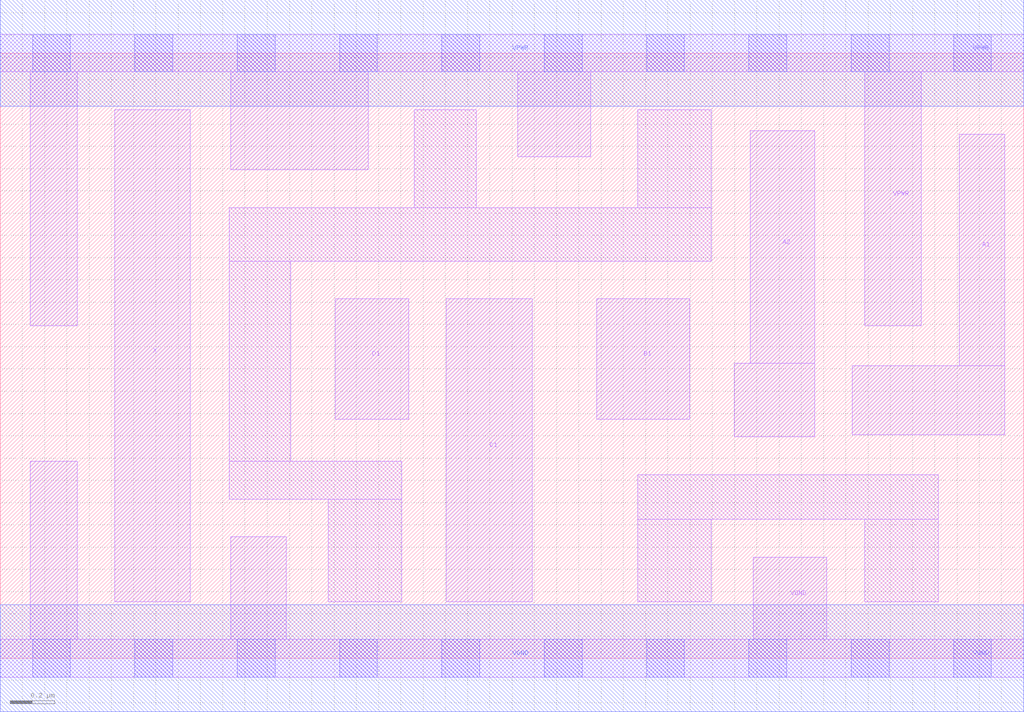
<source format=lef>
# Copyright 2020 The SkyWater PDK Authors
#
# Licensed under the Apache License, Version 2.0 (the "License");
# you may not use this file except in compliance with the License.
# You may obtain a copy of the License at
#
#     https://www.apache.org/licenses/LICENSE-2.0
#
# Unless required by applicable law or agreed to in writing, software
# distributed under the License is distributed on an "AS IS" BASIS,
# WITHOUT WARRANTIES OR CONDITIONS OF ANY KIND, either express or implied.
# See the License for the specific language governing permissions and
# limitations under the License.
#
# SPDX-License-Identifier: Apache-2.0

VERSION 5.7 ;
  NAMESCASESENSITIVE ON ;
  NOWIREEXTENSIONATPIN ON ;
  DIVIDERCHAR "/" ;
  BUSBITCHARS "[]" ;
UNITS
  DATABASE MICRONS 200 ;
END UNITS
MACRO sky130_fd_sc_hd__o2111a_2
  CLASS CORE ;
  SOURCE USER ;
  FOREIGN sky130_fd_sc_hd__o2111a_2 ;
  ORIGIN  0.000000  0.000000 ;
  SIZE  4.600000 BY  2.720000 ;
  SYMMETRY X Y R90 ;
  SITE unithd ;
  PIN A1
    ANTENNAGATEAREA  0.247500 ;
    DIRECTION INPUT ;
    USE SIGNAL ;
    PORT
      LAYER li1 ;
        RECT 3.830000 1.005000 4.515000 1.315000 ;
        RECT 4.310000 1.315000 4.515000 2.355000 ;
    END
  END A1
  PIN A2
    ANTENNAGATEAREA  0.247500 ;
    DIRECTION INPUT ;
    USE SIGNAL ;
    PORT
      LAYER li1 ;
        RECT 3.300000 0.995000 3.660000 1.325000 ;
        RECT 3.370000 1.325000 3.660000 2.370000 ;
    END
  END A2
  PIN B1
    ANTENNAGATEAREA  0.247500 ;
    DIRECTION INPUT ;
    USE SIGNAL ;
    PORT
      LAYER li1 ;
        RECT 2.680000 1.075000 3.100000 1.615000 ;
    END
  END B1
  PIN C1
    ANTENNAGATEAREA  0.247500 ;
    DIRECTION INPUT ;
    USE SIGNAL ;
    PORT
      LAYER li1 ;
        RECT 2.005000 0.255000 2.390000 1.615000 ;
    END
  END C1
  PIN D1
    ANTENNAGATEAREA  0.247500 ;
    DIRECTION INPUT ;
    USE SIGNAL ;
    PORT
      LAYER li1 ;
        RECT 1.505000 1.075000 1.835000 1.615000 ;
    END
  END D1
  PIN X
    ANTENNADIFFAREA  0.462000 ;
    DIRECTION OUTPUT ;
    USE SIGNAL ;
    PORT
      LAYER li1 ;
        RECT 0.515000 0.255000 0.855000 2.465000 ;
    END
  END X
  PIN VGND
    DIRECTION INOUT ;
    SHAPE ABUTMENT ;
    USE GROUND ;
    PORT
      LAYER li1 ;
        RECT 0.000000 -0.085000 4.600000 0.085000 ;
        RECT 0.135000  0.085000 0.345000 0.885000 ;
        RECT 1.035000  0.085000 1.285000 0.545000 ;
        RECT 3.385000  0.085000 3.715000 0.455000 ;
      LAYER mcon ;
        RECT 0.145000 -0.085000 0.315000 0.085000 ;
        RECT 0.605000 -0.085000 0.775000 0.085000 ;
        RECT 1.065000 -0.085000 1.235000 0.085000 ;
        RECT 1.525000 -0.085000 1.695000 0.085000 ;
        RECT 1.985000 -0.085000 2.155000 0.085000 ;
        RECT 2.445000 -0.085000 2.615000 0.085000 ;
        RECT 2.905000 -0.085000 3.075000 0.085000 ;
        RECT 3.365000 -0.085000 3.535000 0.085000 ;
        RECT 3.825000 -0.085000 3.995000 0.085000 ;
        RECT 4.285000 -0.085000 4.455000 0.085000 ;
      LAYER met1 ;
        RECT 0.000000 -0.240000 4.600000 0.240000 ;
    END
  END VGND
  PIN VPWR
    DIRECTION INOUT ;
    SHAPE ABUTMENT ;
    USE POWER ;
    PORT
      LAYER li1 ;
        RECT 0.000000 2.635000 4.600000 2.805000 ;
        RECT 0.135000 1.495000 0.345000 2.635000 ;
        RECT 1.035000 2.195000 1.655000 2.635000 ;
        RECT 2.325000 2.255000 2.655000 2.635000 ;
        RECT 3.885000 1.495000 4.140000 2.635000 ;
      LAYER mcon ;
        RECT 0.145000 2.635000 0.315000 2.805000 ;
        RECT 0.605000 2.635000 0.775000 2.805000 ;
        RECT 1.065000 2.635000 1.235000 2.805000 ;
        RECT 1.525000 2.635000 1.695000 2.805000 ;
        RECT 1.985000 2.635000 2.155000 2.805000 ;
        RECT 2.445000 2.635000 2.615000 2.805000 ;
        RECT 2.905000 2.635000 3.075000 2.805000 ;
        RECT 3.365000 2.635000 3.535000 2.805000 ;
        RECT 3.825000 2.635000 3.995000 2.805000 ;
        RECT 4.285000 2.635000 4.455000 2.805000 ;
      LAYER met1 ;
        RECT 0.000000 2.480000 4.600000 2.960000 ;
    END
  END VPWR
  OBS
    LAYER li1 ;
      RECT 1.030000 0.715000 1.805000 0.885000 ;
      RECT 1.030000 0.885000 1.305000 1.785000 ;
      RECT 1.030000 1.785000 3.195000 2.025000 ;
      RECT 1.475000 0.255000 1.805000 0.715000 ;
      RECT 1.860000 2.025000 2.140000 2.465000 ;
      RECT 2.865000 0.255000 3.195000 0.625000 ;
      RECT 2.865000 0.625000 4.215000 0.825000 ;
      RECT 2.865000 2.025000 3.195000 2.465000 ;
      RECT 3.885000 0.255000 4.215000 0.625000 ;
  END
END sky130_fd_sc_hd__o2111a_2
END LIBRARY

</source>
